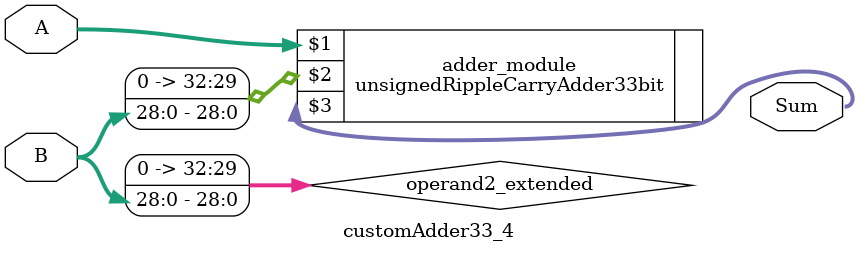
<source format=v>
module customAdder33_4(
                        input [32 : 0] A,
                        input [28 : 0] B,
                        
                        output [33 : 0] Sum
                );

        wire [32 : 0] operand2_extended;
        
        assign operand2_extended =  {4'b0, B};
        
        unsignedRippleCarryAdder33bit adder_module(
            A,
            operand2_extended,
            Sum
        );
        
        endmodule
        
</source>
